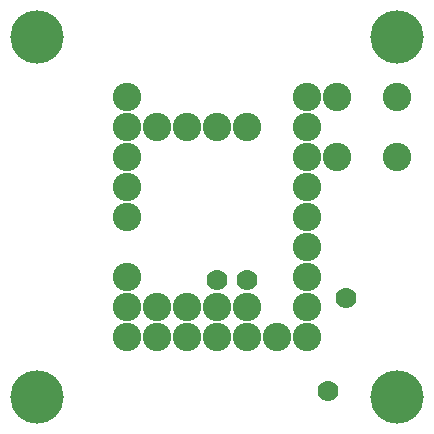
<source format=gbs>
%FSTAX24Y24*%
%MOIN*%
%IN MASK2.GBR *%
%ADD10C,0.0700*%
%ADD11C,0.0950*%
%ADD12C,0.1775*%
D11*X005Y003D03*Y01D03*X004Y003D03*Y007D03*D10*X0107Y0012D03*D11*
X004Y005D03*Y004D03*Y008D03*D10*X007Y0049D03*D11*X011Y009D03*
X01Y006D03*X008Y01D03*X004Y009D03*X01Y003D03*X007D03*D12*X013Y013D03*
D11*X004Y011D03*X007Y01D03*X01Y005D03*Y004D03*X013Y009D03*D12*
X001Y013D03*D11*X007Y004D03*X004Y01D03*X01Y008D03*X006Y01D03*
X008Y004D03*X006D03*X009Y003D03*X013Y011D03*X008Y003D03*X01Y007D03*
X005Y004D03*X01Y011D03*D10*X0113Y0043D03*D11*X01Y01D03*Y009D03*D12*
X001Y001D03*X013D03*D11*X011Y011D03*X006Y003D03*D10*X008Y0049D03*
M02*
</source>
